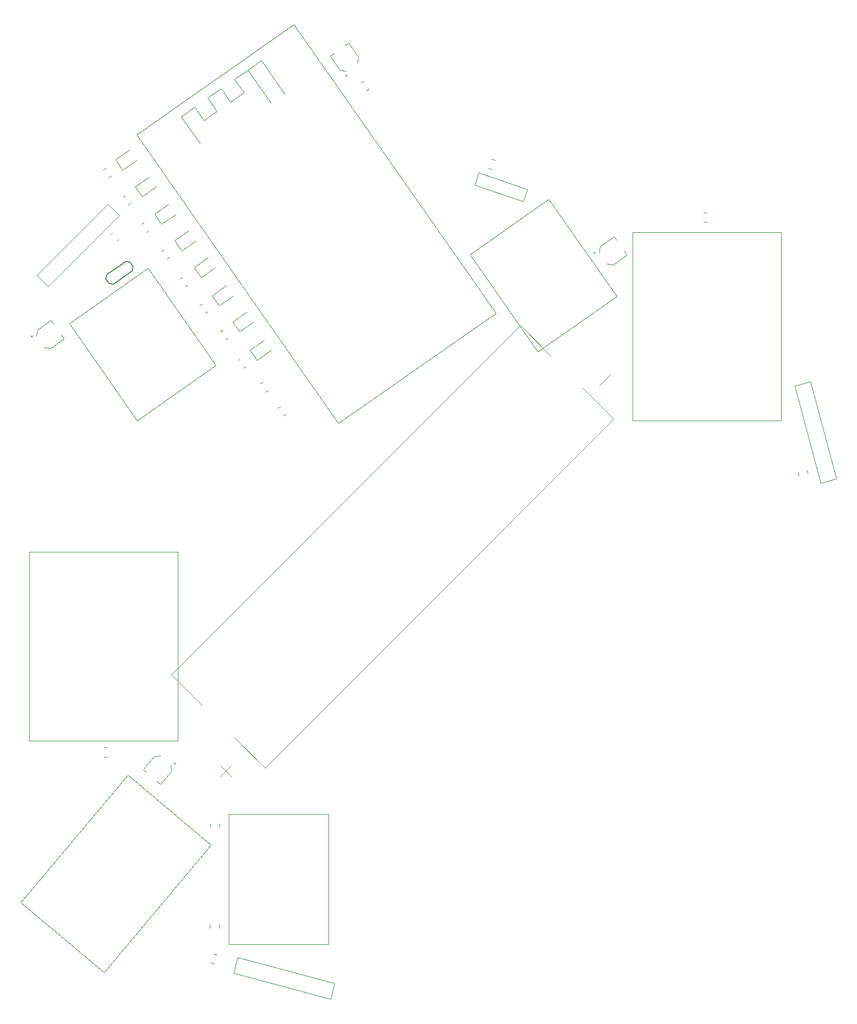
<source format=gbr>
%TF.GenerationSoftware,KiCad,Pcbnew,7.0.9-rc1*%
%TF.CreationDate,2023-11-05T19:21:47+02:00*%
%TF.ProjectId,projectA,70726f6a-6563-4744-912e-6b696361645f,rev?*%
%TF.SameCoordinates,PX5e5c173PY6474d3b*%
%TF.FileFunction,Legend,Top*%
%TF.FilePolarity,Positive*%
%FSLAX46Y46*%
G04 Gerber Fmt 4.6, Leading zero omitted, Abs format (unit mm)*
G04 Created by KiCad (PCBNEW 7.0.9-rc1) date 2023-11-05 19:21:47*
%MOMM*%
%LPD*%
G01*
G04 APERTURE LIST*
%ADD10C,0.100000*%
%ADD11C,0.120000*%
%ADD12C,0.150000*%
G04 APERTURE END LIST*
D10*
%TO.C,U11*%
X-10023287Y-61172952D02*
X-10023287Y-40911102D01*
X-25583406Y-61172952D02*
X-10023287Y-61172952D01*
X-25583406Y-40911102D02*
X-10023287Y-40911102D01*
X-25583406Y-40911102D02*
X-25583406Y-61172952D01*
D11*
%TO.C,R4*%
X-34898292Y45977673D02*
X-35270292Y45717196D01*
X-35741450Y47181826D02*
X-36113450Y46921349D01*
D10*
%TO.C,U1*%
X60666653Y49916123D02*
X37466653Y49916123D01*
X37466653Y49916123D02*
X37466653Y20516123D01*
X60666653Y20516123D02*
X60666653Y49916123D01*
X37466653Y20516123D02*
X60666653Y20516123D01*
D11*
%TO.C,C3*%
X-7126586Y74187555D02*
X-7341677Y74494737D01*
X-7387723Y74233600D02*
X-7080541Y74448691D01*
X-7280810Y75061602D02*
X-8255720Y75233505D01*
X-5544208Y76277584D02*
X-5372305Y77252494D01*
X-8255720Y75233505D02*
X-9764549Y77388336D01*
X-5372305Y77252494D02*
X-6881134Y79407325D01*
X-9764549Y77388336D02*
X-9191143Y77789840D01*
X-6881134Y79407325D02*
X-7454540Y79005822D01*
%TO.C,C2*%
X-56531915Y33549362D02*
X-56224733Y33764453D01*
X-56485870Y33810499D02*
X-56270779Y33503317D01*
X-55657868Y33703586D02*
X-55485965Y34678496D01*
X-54441886Y31966984D02*
X-53466976Y31795081D01*
X-55485965Y34678496D02*
X-53331134Y36187325D01*
X-53466976Y31795081D02*
X-51312145Y33303910D01*
X-53331134Y36187325D02*
X-52929630Y35613919D01*
X-51312145Y33303910D02*
X-51713648Y33877316D01*
D10*
%TO.C,U3*%
X-42676507Y52506911D02*
X-44472558Y54302962D01*
X-44472558Y54302962D02*
X-55574135Y43201386D01*
X-53778084Y41405335D02*
X-42676507Y52506911D01*
X-55574135Y43201386D02*
X-53778084Y41405335D01*
D11*
%TO.C,C5*%
X-33857453Y-32836922D02*
X-34098498Y-33124188D01*
X-33834342Y-33101078D02*
X-34121609Y-32860032D01*
X-34661801Y-33212111D02*
X-34575522Y-34198293D01*
X-36285816Y-31849401D02*
X-37271998Y-31935681D01*
X-34575522Y-34198293D02*
X-36266415Y-36213421D01*
X-37271998Y-31935681D02*
X-38962891Y-33950809D01*
X-36266415Y-36213421D02*
X-36802646Y-35763470D01*
X-38962891Y-33950809D02*
X-38426660Y-34400760D01*
%TO.C,C12*%
X-3677763Y72313894D02*
X-4105773Y72014198D01*
X-4520921Y73518048D02*
X-4948931Y73218352D01*
%TO.C,D8*%
X-20094828Y33046085D02*
X-22294252Y31506033D01*
X-21192985Y29933261D02*
X-18993562Y31473313D01*
X-22294252Y31506033D02*
X-21192985Y29933261D01*
D10*
%TO.C,U2*%
X-56763347Y-29413877D02*
X-33563347Y-29413877D01*
X-33563347Y-29413877D02*
X-33563347Y-13877D01*
X-56763347Y-13877D02*
X-56763347Y-29413877D01*
X-33563347Y-13877D02*
X-56763347Y-13877D01*
%TO.C,U10*%
X13490112Y59162977D02*
X12838976Y57271940D01*
X13490112Y59162977D02*
X21054261Y56558432D01*
X21054261Y56558432D02*
X20403124Y54667395D01*
X20403124Y54667395D02*
X12838976Y57271940D01*
D11*
%TO.C,R2*%
X-40915768Y54464285D02*
X-41287768Y54203808D01*
X-41758926Y55668438D02*
X-42130926Y55407961D01*
%TO.C,C10*%
X49137905Y51491123D02*
X48615401Y51491123D01*
X49137905Y52961123D02*
X48615401Y52961123D01*
%TO.C,R7*%
X-25708292Y33397673D02*
X-26080292Y33137196D01*
X-26551450Y34601826D02*
X-26923450Y34341349D01*
%TO.C,R9*%
X-26978347Y-42439313D02*
X-26978347Y-42893441D01*
X-28448347Y-42439313D02*
X-28448347Y-42893441D01*
%TO.C,D2*%
X-40221836Y57009062D02*
X-39120569Y55436290D01*
X-39120569Y55436290D02*
X-36921146Y56976342D01*
X-38022412Y58549114D02*
X-40221836Y57009062D01*
%TO.C,C7*%
X64698991Y12788705D02*
X64834225Y12284005D01*
X63279081Y12408241D02*
X63414315Y11903541D01*
%TO.C,D6*%
X-28214252Y40006033D02*
X-27112985Y38433261D01*
X-27112985Y38433261D02*
X-24913562Y39973313D01*
X-26014828Y41546085D02*
X-28214252Y40006033D01*
%TO.C,D1*%
X-43234252Y61196033D02*
X-42132985Y59623261D01*
X-42132985Y59623261D02*
X-39933562Y61163313D01*
X-41034828Y62736085D02*
X-43234252Y61196033D01*
D12*
%TO.C,JP1*%
X-40546250Y44556216D02*
X-40669038Y43859852D01*
X-41005111Y45211538D02*
X-40546250Y44556216D01*
X-40669038Y43859852D02*
X-43617985Y41794977D01*
X-41701475Y45334325D02*
X-41005111Y45211538D01*
X-43617985Y41794977D02*
X-44314349Y41917764D01*
X-44650423Y43269450D02*
X-41701475Y45334325D01*
X-44314349Y41917764D02*
X-44773210Y42573086D01*
X-44773210Y42573086D02*
X-44650423Y43269450D01*
D11*
%TO.C,C9*%
X15474379Y59716112D02*
X14980342Y59886222D01*
X15952964Y61106024D02*
X15458927Y61276134D01*
D10*
%TO.C,U7*%
X-38191799Y44299763D02*
X-50479079Y35696116D01*
X-27580635Y29145450D02*
X-38191799Y44299763D01*
X-39867915Y20541803D02*
X-50479079Y35696116D01*
X-39867915Y20541803D02*
X-27580635Y29145450D01*
D11*
%TO.C,C8*%
X-27088347Y-58132625D02*
X-27088347Y-58655129D01*
X-28558347Y-58132625D02*
X-28558347Y-58655129D01*
%TO.C,C11*%
X-45034599Y-30478877D02*
X-44512095Y-30478877D01*
X-45034599Y-31948877D02*
X-44512095Y-31948877D01*
%TO.C,D3*%
X-37211836Y52749062D02*
X-36110569Y51176290D01*
X-36110569Y51176290D02*
X-33911146Y52716342D01*
X-35012412Y54289114D02*
X-37211836Y52749062D01*
D10*
%TO.C,U6*%
X24394711Y55055103D02*
X12107431Y46451456D01*
X35005875Y39900790D02*
X24394711Y55055103D01*
X22718595Y31297143D02*
X12107431Y46451456D01*
X22718595Y31297143D02*
X35005875Y39900790D01*
%TO.C,U4*%
X-24200439Y-63274122D02*
X-24857839Y-65727574D01*
X-24857839Y-65727574D02*
X-9692804Y-69791033D01*
X-9035404Y-67337581D02*
X-24200439Y-63274122D01*
X-9692804Y-69791033D02*
X-9035404Y-67337581D01*
D11*
%TO.C,D5*%
X-30991836Y44409062D02*
X-29890569Y42836290D01*
X-29890569Y42836290D02*
X-27691146Y44376342D01*
X-28792412Y45949114D02*
X-30991836Y44409062D01*
%TO.C,C6*%
X-27851229Y-64241449D02*
X-28355929Y-64106215D01*
X-27470765Y-62821539D02*
X-27975465Y-62686305D01*
%TO.C,D7*%
X-24974252Y35926033D02*
X-23872985Y34353261D01*
X-23872985Y34353261D02*
X-21673562Y35893313D01*
X-22774828Y37466085D02*
X-24974252Y35926033D01*
%TO.C,R5*%
X-32015768Y41684285D02*
X-32387768Y41423808D01*
X-32858926Y42888438D02*
X-33230926Y42627961D01*
%TO.C,R1*%
X-43965768Y58674285D02*
X-44337768Y58413808D01*
X-44808926Y59878438D02*
X-45180926Y59617961D01*
%TO.C,C4*%
X-44057804Y49531113D02*
X-43688337Y49900580D01*
X-43018357Y48491666D02*
X-42648890Y48861133D01*
%TO.C,R10*%
X-20650926Y26227961D02*
X-20278926Y26488438D01*
X-19807768Y25023808D02*
X-19435768Y25284285D01*
%TO.C,R11*%
X-17918402Y22434573D02*
X-17546402Y22695050D01*
X-17075244Y21230420D02*
X-16703244Y21490897D01*
%TO.C,D4*%
X-34016297Y48593761D02*
X-32915030Y47020989D01*
X-32915030Y47020989D02*
X-30715607Y48561041D01*
X-31816873Y50133813D02*
X-34016297Y48593761D01*
%TO.C,C1*%
X31378085Y46593671D02*
X31685267Y46808762D01*
X31424130Y46854808D02*
X31639221Y46547626D01*
X32252132Y46747895D02*
X32424035Y47722805D01*
X33468114Y45011293D02*
X34443024Y44839390D01*
X32424035Y47722805D02*
X34578866Y49231634D01*
X34443024Y44839390D02*
X36597855Y46348219D01*
X34578866Y49231634D02*
X34980370Y48658228D01*
X36597855Y46348219D02*
X36196352Y46921625D01*
%TO.C,R8*%
X-22945768Y28994285D02*
X-23317768Y28733808D01*
X-23788926Y30198438D02*
X-24160926Y29937961D01*
%TO.C,U8*%
X-26945004Y-35069719D02*
X-25177237Y-33301952D01*
X-26945004Y-33301952D02*
X-25177237Y-35069719D01*
X-29755753Y-23908038D02*
X-34546402Y-19117390D01*
X-24735295Y-28928496D02*
X-19944647Y-33719145D01*
X-19944647Y-33719145D02*
X34537931Y20763433D01*
X19936176Y35365188D02*
X-34546402Y-19117390D01*
X24726824Y30574539D02*
X19936176Y35365188D01*
X29747282Y25554081D02*
X34537931Y20763433D01*
X34120738Y27763790D02*
X32352971Y25996023D01*
D10*
%TO.C,U9*%
X-58070963Y-54698761D02*
X-41358485Y-34781605D01*
X-45048208Y-65626150D02*
X-58070963Y-54698761D01*
X-41358485Y-34781605D02*
X-28335730Y-45708995D01*
X-28335730Y-45708995D02*
X-45048208Y-65626150D01*
D11*
%TO.C,R3*%
X-38005768Y50184285D02*
X-38377768Y49923808D01*
X-38848926Y51388438D02*
X-39220926Y51127961D01*
D10*
%TO.C,U5*%
X66852956Y10771631D02*
X69306408Y11429031D01*
X69306408Y11429031D02*
X65242949Y26594067D01*
X62789497Y25936667D02*
X66852956Y10771631D01*
X65242949Y26594067D02*
X62789497Y25936667D01*
D11*
%TO.C,R6*%
X-28915768Y37514285D02*
X-29287768Y37253808D01*
X-29758926Y38718438D02*
X-30130926Y38457961D01*
D10*
%TO.C,U12*%
X-39992048Y65094538D02*
X-15417487Y82301831D01*
X-8445344Y20041176D02*
X-39992048Y65094538D01*
X-8445344Y20041176D02*
X16129217Y37248469D01*
X-33019144Y67950532D02*
X-30105375Y63789240D01*
X-30938497Y69407417D02*
X-33019144Y67950532D01*
X-29481613Y67326770D02*
X-30938497Y69407417D01*
X-28857851Y70864301D02*
X-27400967Y68783654D01*
X-27400967Y68783654D02*
X-29481613Y67326770D01*
X-26777205Y72321185D02*
X-28857851Y70864301D01*
X-25320321Y70240539D02*
X-26777205Y72321185D01*
X-24696559Y73778069D02*
X-23239675Y71697423D01*
X-23239675Y71697423D02*
X-25320321Y70240539D01*
X-22615913Y75234953D02*
X-24696559Y73778069D01*
X-22615913Y75234953D02*
X-18973702Y70033338D01*
X-20535266Y76691837D02*
X-22615913Y75234953D01*
X-20535266Y76691837D02*
X-16893056Y71490222D01*
X-15417487Y82301831D02*
X16129217Y37248469D01*
%TD*%
M02*

</source>
